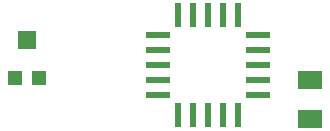
<source format=gtp>
G04 (created by PCBNEW (2013-may-18)-stable) date Thu Jun 15 09:17:52 2017*
%MOIN*%
G04 Gerber Fmt 3.4, Leading zero omitted, Abs format*
%FSLAX34Y34*%
G01*
G70*
G90*
G04 APERTURE LIST*
%ADD10C,0.00590551*%
%ADD11R,0.08X0.06*%
%ADD12R,0.0472441X0.0472441*%
%ADD13R,0.0629921X0.0590551*%
%ADD14R,0.0787402X0.023622*%
%ADD15R,0.023622X0.0787402*%
G04 APERTURE END LIST*
G54D10*
G54D11*
X31338Y-12953D03*
X31338Y-11653D03*
G54D12*
X21496Y-11594D03*
X22283Y-11594D03*
G54D13*
X21889Y-10314D03*
G54D14*
X26259Y-11161D03*
X26259Y-11661D03*
X26259Y-12161D03*
X26259Y-10661D03*
X26259Y-10161D03*
X29606Y-12161D03*
X29606Y-11661D03*
X29606Y-11161D03*
X29606Y-10661D03*
X29606Y-10161D03*
G54D15*
X26933Y-12834D03*
X27433Y-12834D03*
X27933Y-12834D03*
X28433Y-12834D03*
X28933Y-12834D03*
X28933Y-9488D03*
X28433Y-9488D03*
X27933Y-9488D03*
X27433Y-9488D03*
X26933Y-9488D03*
M02*

</source>
